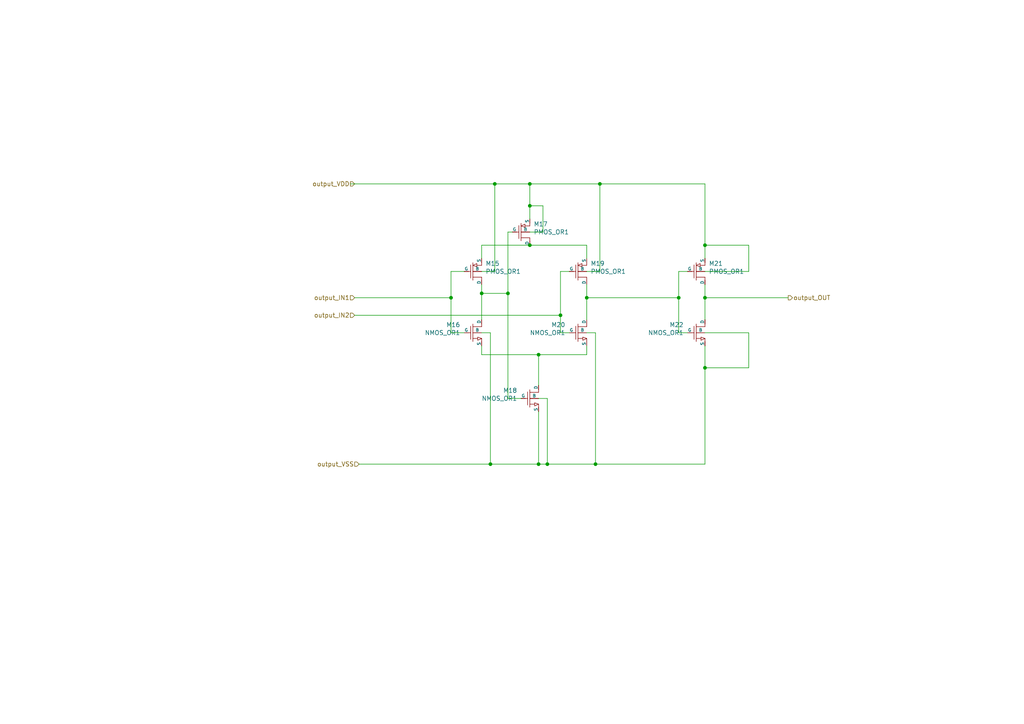
<source format=kicad_sch>
(kicad_sch (version 20230121) (generator eeschema)
  (paper "A4")
  (lib_symbols
    (symbol "0_OR1Symbols:NMOS_OR1" (pin_numbers hide) (pin_names (offset 0))
      (property "Reference" "M" (at 8.89 5.08 0))
      (property "Value" "NMOS_OR1" (at 8.89 2.54 0))
      (symbol "NMOS_OR1_0_1"
        (polyline (pts (xy 0 0) (xy 1.905 0)))
        (polyline (pts (xy 1.905 1.905) (xy 1.905 -1.905)))
        (polyline (pts (xy 2.54 -2.54) (xy 2.54 2.54)))
        (polyline (pts (xy 2.54 -1.651) (xy 3.937 -1.651)))
        (polyline (pts (xy 2.54 0) (xy 5.08 0)))
        (polyline (pts (xy 2.54 1.778) (xy 5.08 1.778)))
        (polyline (pts (xy 3.937 -2.159) (xy 3.937 -1.27)))
        (polyline (pts (xy 3.937 -1.27) (xy 5.08 -1.651)))
        (polyline (pts (xy 5.08 -1.651) (xy 3.937 -2.159)))
        (polyline (pts (xy 5.08 -1.651) (xy 5.08 -3.81)))
        (polyline (pts (xy 5.08 1.778) (xy 5.08 3.81)))
      )
      (symbol "NMOS_OR1_1_1"
        (pin passive line (at 5.08 3.81 270) (length 1.27) (name "D") (number "1"))
        (pin passive line (at 0 0 0) (length 1.27) (name "G") (number "2"))
        (pin passive line (at 5.08 -3.81 90) (length 1.27) (name "S") (number "3"))
        (pin passive line (at 5.08 0 180) (length 2.54) (name "B") (number "4"))
      )
    )
    (symbol "0_OR1Symbols:PMOS_OR1" (pin_numbers hide) (pin_names (offset 0))
      (property "Reference" "M" (at 8.89 5.08 0))
      (property "Value" "PMOS_OR1" (at 8.89 2.54 0))
      (symbol "PMOS_OR1_0_1"
        (polyline (pts (xy 0 0) (xy 1.905 0)))
        (polyline (pts (xy 1.905 1.905) (xy 1.905 -1.905)))
        (polyline (pts (xy 2.54 -2.54) (xy 2.54 2.54)))
        (polyline (pts (xy 2.54 -1.651) (xy 5.08 -1.651)))
        (polyline (pts (xy 2.54 0) (xy 5.08 0)))
        (polyline (pts (xy 2.54 1.778) (xy 3.683 2.286)))
        (polyline (pts (xy 3.683 1.397) (xy 2.54 1.778)))
        (polyline (pts (xy 3.683 1.397) (xy 3.683 2.286)))
        (polyline (pts (xy 3.683 1.778) (xy 5.08 1.778)))
        (polyline (pts (xy 5.08 -1.651) (xy 5.08 -3.81)))
        (polyline (pts (xy 5.08 1.778) (xy 5.08 3.81)))
      )
      (symbol "PMOS_OR1_1_1"
        (pin passive line (at 5.08 -3.81 90) (length 1.27) (name "D") (number "1"))
        (pin passive line (at 0 0 0) (length 1.27) (name "G") (number "2"))
        (pin passive line (at 5.08 3.81 270) (length 1.27) (name "S") (number "3"))
        (pin passive line (at 5.08 0 180) (length 2.54) (name "B") (number "4"))
      )
    )
  )
  (junction (at 153.67 53.34))
  (junction (at 147.32 85.09))
  (junction (at 156.21 102.87))
  (junction (at 196.85 86.36))
  (junction (at 170.18 86.36))
  (junction (at 204.47 71.12))
  (junction (at 139.7 85.09))
  (junction (at 143.51 53.34))
  (junction (at 153.67 59.69))
  (junction (at 162.56 91.44))
  (junction (at 142.24 134.62))
  (junction (at 172.72 134.62))
  (junction (at 153.67 71.12))
  (junction (at 173.99 53.34))
  (junction (at 158.75 134.62))
  (junction (at 130.81 86.36))
  (junction (at 156.21 134.62))
  (junction (at 204.47 106.68))
  (junction (at 204.47 86.36))
  (wire (pts (xy 157.48 67.31) (xy 153.67 67.31)))
  (wire (pts (xy 153.67 71.12) (xy 139.7 71.12)))
  (wire (pts (xy 101.6 53.34) (xy 143.51 53.34)))
  (wire (pts (xy 139.7 71.12) (xy 139.7 74.93)))
  (wire (pts (xy 204.47 86.36) (xy 228.6 86.36)))
  (wire (pts (xy 170.18 102.87) (xy 156.21 102.87)))
  (wire (pts (xy 130.81 86.36) (xy 130.81 78.74)))
  (wire (pts (xy 217.17 96.52) (xy 217.17 106.68)))
  (wire (pts (xy 147.32 67.31) (xy 148.59 67.31)))
  (wire (pts (xy 153.67 59.69) (xy 153.67 63.5)))
  (wire (pts (xy 143.51 53.34) (xy 153.67 53.34)))
  (wire (pts (xy 170.18 100.33) (xy 170.18 102.87)))
  (wire (pts (xy 102.87 91.44) (xy 162.56 91.44)))
  (wire (pts (xy 139.7 82.55) (xy 139.7 85.09)))
  (wire (pts (xy 102.87 86.36) (xy 130.81 86.36)))
  (wire (pts (xy 170.18 71.12) (xy 170.18 74.93)))
  (wire (pts (xy 147.32 115.57) (xy 151.13 115.57)))
  (wire (pts (xy 147.32 85.09) (xy 147.32 115.57)))
  (wire (pts (xy 139.7 96.52) (xy 142.24 96.52)))
  (wire (pts (xy 156.21 102.87) (xy 156.21 111.76)))
  (wire (pts (xy 147.32 85.09) (xy 147.32 67.31)))
  (wire (pts (xy 158.75 115.57) (xy 158.75 134.62)))
  (wire (pts (xy 139.7 100.33) (xy 139.7 102.87)))
  (wire (pts (xy 153.67 53.34) (xy 153.67 59.69)))
  (wire (pts (xy 204.47 134.62) (xy 172.72 134.62)))
  (wire (pts (xy 139.7 85.09) (xy 147.32 85.09)))
  (wire (pts (xy 142.24 134.62) (xy 156.21 134.62)))
  (wire (pts (xy 130.81 78.74) (xy 134.62 78.74)))
  (wire (pts (xy 170.18 86.36) (xy 196.85 86.36)))
  (wire (pts (xy 204.47 78.74) (xy 217.17 78.74)))
  (wire (pts (xy 173.99 53.34) (xy 153.67 53.34)))
  (wire (pts (xy 217.17 106.68) (xy 204.47 106.68)))
  (wire (pts (xy 172.72 96.52) (xy 172.72 134.62)))
  (wire (pts (xy 196.85 78.74) (xy 196.85 86.36)))
  (wire (pts (xy 165.1 78.74) (xy 162.56 78.74)))
  (wire (pts (xy 217.17 71.12) (xy 217.17 78.74)))
  (wire (pts (xy 204.47 96.52) (xy 217.17 96.52)))
  (wire (pts (xy 153.67 59.69) (xy 157.48 59.69)))
  (wire (pts (xy 170.18 96.52) (xy 172.72 96.52)))
  (wire (pts (xy 204.47 71.12) (xy 204.47 74.93)))
  (wire (pts (xy 134.62 96.52) (xy 130.81 96.52)))
  (wire (pts (xy 139.7 102.87) (xy 156.21 102.87)))
  (wire (pts (xy 130.81 96.52) (xy 130.81 86.36)))
  (wire (pts (xy 204.47 71.12) (xy 217.17 71.12)))
  (wire (pts (xy 204.47 53.34) (xy 204.47 71.12)))
  (wire (pts (xy 162.56 96.52) (xy 165.1 96.52)))
  (wire (pts (xy 142.24 96.52) (xy 142.24 134.62)))
  (wire (pts (xy 139.7 85.09) (xy 139.7 92.71)))
  (wire (pts (xy 143.51 78.74) (xy 139.7 78.74)))
  (wire (pts (xy 170.18 86.36) (xy 170.18 92.71)))
  (wire (pts (xy 162.56 78.74) (xy 162.56 91.44)))
  (wire (pts (xy 204.47 82.55) (xy 204.47 86.36)))
  (wire (pts (xy 162.56 91.44) (xy 162.56 96.52)))
  (wire (pts (xy 157.48 59.69) (xy 157.48 67.31)))
  (wire (pts (xy 158.75 134.62) (xy 156.21 134.62)))
  (wire (pts (xy 143.51 53.34) (xy 143.51 78.74)))
  (wire (pts (xy 170.18 82.55) (xy 170.18 86.36)))
  (wire (pts (xy 104.14 134.62) (xy 142.24 134.62)))
  (wire (pts (xy 153.67 71.12) (xy 170.18 71.12)))
  (wire (pts (xy 172.72 134.62) (xy 158.75 134.62)))
  (wire (pts (xy 196.85 86.36) (xy 196.85 96.52)))
  (wire (pts (xy 204.47 86.36) (xy 204.47 92.71)))
  (wire (pts (xy 173.99 78.74) (xy 170.18 78.74)))
  (wire (pts (xy 204.47 100.33) (xy 204.47 106.68)))
  (wire (pts (xy 173.99 53.34) (xy 173.99 78.74)))
  (wire (pts (xy 173.99 53.34) (xy 204.47 53.34)))
  (wire (pts (xy 196.85 96.52) (xy 199.39 96.52)))
  (wire (pts (xy 199.39 78.74) (xy 196.85 78.74)))
  (wire (pts (xy 156.21 119.38) (xy 156.21 134.62)))
  (wire (pts (xy 156.21 115.57) (xy 158.75 115.57)))
  (wire (pts (xy 204.47 106.68) (xy 204.47 134.62)))
  (hierarchical_label "output_VDD" (shape input) (at 102.87 53.34 180))
  (hierarchical_label "output_OUT" (shape output) (at 228.6 86.36 0))
  (hierarchical_label "output_IN2" (shape input) (at 102.87 91.44 180))
  (hierarchical_label "output_VSS" (shape input) (at 104.14 134.62 180))
  (hierarchical_label "output_IN1" (shape input) (at 102.87 86.36 180))
  (symbol (lib_id "0_OR1Symbols:PMOS_OR1") (at 199.39 78.74 0) (unit 1)
    (property "Reference" "M21" (at 205.5876 76.4286 0) (effects (justify left)))
    (property "Value" "PMOS_OR1" (at 205.5876 78.74 0) (effects (justify left)))
    (property "Sim.Device" "SPICE" (effects hide))
    (property "Sim.Params" "type=\"M\" model=\"PMOS_OR1 l=1u w=6u\" lib=\"\"" (effects hide))
    (property "Sim.Pins" "1=1 2=2 3=3 4=4" (effects hide))
    (instances (project "tb_VCO_comp" (path "" (reference "M21") (unit 1))) (project "HComparator" (path "" (reference "M21") (unit 1))) (project "VCO_comp" (path "" (reference "M14") (unit 1))))
  )
  (symbol (lib_id "0_OR1Symbols:PMOS_OR1") (at 165.1 78.74 0) (unit 1)
    (property "Reference" "M19" (at 171.2976 76.4286 0) (effects (justify left)))
    (property "Value" "PMOS_OR1" (at 171.2976 78.74 0) (effects (justify left)))
    (property "Sim.Device" "SPICE" (effects hide))
    (property "Sim.Params" "type=\"M\" model=\"PMOS_OR1 l=1u w=2u\" lib=\"\"" (effects hide))
    (property "Sim.Pins" "1=1 2=2 3=3 4=4" (effects hide))
    (instances (project "tb_VCO_comp" (path "" (reference "M19") (unit 1))) (project "HComparator" (path "" (reference "M19") (unit 1))) (project "VCO_comp" (path "" (reference "M12") (unit 1))))
  )
  (symbol (lib_id "0_OR1Symbols:NMOS_OR1") (at 151.13 115.57 0) (unit 1)
    (property "Reference" "M18" (at 150.0124 113.2586 0) (effects (justify right)))
    (property "Value" "NMOS_OR1" (at 150.0124 115.57 0) (effects (justify right)))
    (property "Sim.Device" "SPICE" (effects hide))
    (property "Sim.Params" "type=\"M\" model=\"NMOS_OR1 l=1u w=2u\" lib=\"\"" (effects hide))
    (property "Sim.Pins" "1=1 2=2 3=3 4=4" (effects hide))
    (instances (project "tb_VCO_comp" (path "" (reference "M18") (unit 1))) (project "HComparator" (path "" (reference "M18") (unit 1))) (project "VCO_comp" (path "" (reference "M11") (unit 1))))
  )
  (symbol (lib_id "0_OR1Symbols:NMOS_OR1") (at 134.62 96.52 0) (unit 1)
    (property "Reference" "M16" (at 133.5024 94.2086 0) (effects (justify right)))
    (property "Value" "NMOS_OR1" (at 133.5024 96.52 0) (effects (justify right)))
    (property "Sim.Device" "SPICE" (effects hide))
    (property "Sim.Params" "type=\"M\" model=\"NMOS_OR1 l=1u w=2u\" lib=\"\"" (effects hide))
    (property "Sim.Pins" "1=1 2=2 3=3 4=4" (effects hide))
    (instances (project "tb_VCO_comp" (path "" (reference "M16") (unit 1))) (project "HComparator" (path "" (reference "M16") (unit 1))) (project "VCO_comp" (path "" (reference "M9") (unit 1))))
  )
  (symbol (lib_id "0_OR1Symbols:PMOS_OR1") (at 134.62 78.74 0) (unit 1)
    (property "Reference" "M15" (at 140.8176 76.4286 0) (effects (justify left)))
    (property "Value" "PMOS_OR1" (at 140.8176 78.74 0) (effects (justify left)))
    (property "Sim.Device" "SPICE" (effects hide))
    (property "Sim.Params" "type=\"M\" model=\"PMOS_OR1 l=1u w=2u\" lib=\"\"" (effects hide))
    (property "Sim.Pins" "1=1 2=2 3=3 4=4" (effects hide))
    (instances (project "tb_VCO_comp" (path "" (reference "M15") (unit 1))) (project "HComparator" (path "" (reference "M15") (unit 1))) (project "VCO_comp" (path "" (reference "M8") (unit 1))))
  )
  (symbol (lib_id "0_OR1Symbols:NMOS_OR1") (at 165.1 96.52 0) (unit 1)
    (property "Reference" "M20" (at 163.9824 94.2086 0) (effects (justify right)))
    (property "Value" "NMOS_OR1" (at 163.9824 96.52 0) (effects (justify right)))
    (property "Sim.Device" "SPICE" (effects hide))
    (property "Sim.Params" "type=\"M\" model=\"NMOS_OR1 l=1u w=2u\" lib=\"\"" (effects hide))
    (property "Sim.Pins" "1=1 2=2 3=3 4=4" (effects hide))
    (instances (project "tb_VCO_comp" (path "" (reference "M20") (unit 1))) (project "HComparator" (path "" (reference "M20") (unit 1))) (project "VCO_comp" (path "" (reference "M13") (unit 1))))
  )
  (symbol (lib_id "0_OR1Symbols:NMOS_OR1") (at 199.39 96.52 0) (unit 1)
    (property "Reference" "M22" (at 198.2724 94.2086 0) (effects (justify right)))
    (property "Value" "NMOS_OR1" (at 198.2724 96.52 0) (effects (justify right)))
    (property "Sim.Device" "SPICE" (effects hide))
    (property "Sim.Params" "type=\"M\" model=\"NMOS_OR1 l=1u w=2u\" lib=\"\"" (effects hide))
    (property "Sim.Pins" "1=1 2=2 3=3 4=4" (effects hide))
    (instances (project "tb_VCO_comp" (path "" (reference "M22") (unit 1))) (project "HComparator" (path "" (reference "M22") (unit 1))) (project "VCO_comp" (path "" (reference "M15") (unit 1))))
  )
  (symbol (lib_id "0_OR1Symbols:PMOS_OR1") (at 148.59 67.31 0) (unit 1)
    (property "Reference" "M17" (at 154.7876 64.9986 0) (effects (justify left)))
    (property "Value" "PMOS_OR1" (at 154.7876 67.31 0) (effects (justify left)))
    (property "Sim.Device" "SPICE" (effects hide))
    (property "Sim.Params" "type=\"M\" model=\"PMOS_OR1 l=1u w=2u\" lib=\"\"" (effects hide))
    (property "Sim.Pins" "1=1 2=2 3=3 4=4" (effects hide))
    (instances (project "tb_VCO_comp" (path "" (reference "M17") (unit 1))) (project "HComparator" (path "" (reference "M17") (unit 1))) (project "VCO_comp" (path "" (reference "M10") (unit 1))))
  )
)
</source>
